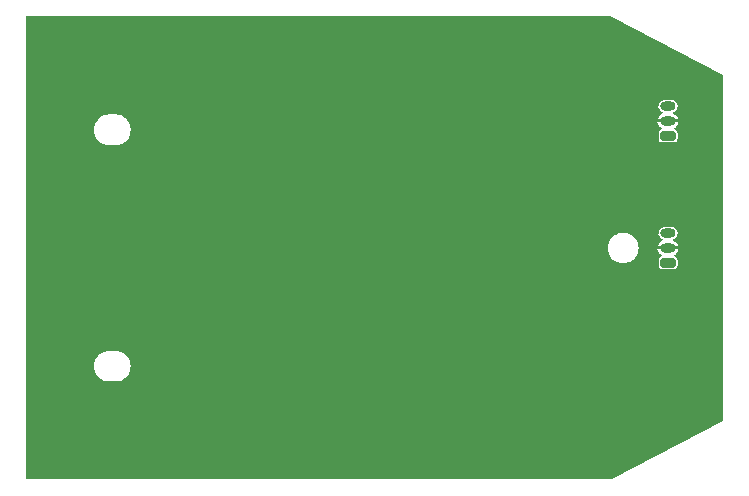
<source format=gbr>
%TF.GenerationSoftware,KiCad,Pcbnew,(6.0.4-0)*%
%TF.CreationDate,2022-12-31T15:50:48-05:00*%
%TF.ProjectId,ANDgate,414e4467-6174-4652-9e6b-696361645f70,rev?*%
%TF.SameCoordinates,Original*%
%TF.FileFunction,Copper,L2,Bot*%
%TF.FilePolarity,Positive*%
%FSLAX46Y46*%
G04 Gerber Fmt 4.6, Leading zero omitted, Abs format (unit mm)*
G04 Created by KiCad (PCBNEW (6.0.4-0)) date 2022-12-31 15:50:48*
%MOMM*%
%LPD*%
G01*
G04 APERTURE LIST*
G04 Aperture macros list*
%AMRoundRect*
0 Rectangle with rounded corners*
0 $1 Rounding radius*
0 $2 $3 $4 $5 $6 $7 $8 $9 X,Y pos of 4 corners*
0 Add a 4 corners polygon primitive as box body*
4,1,4,$2,$3,$4,$5,$6,$7,$8,$9,$2,$3,0*
0 Add four circle primitives for the rounded corners*
1,1,$1+$1,$2,$3*
1,1,$1+$1,$4,$5*
1,1,$1+$1,$6,$7*
1,1,$1+$1,$8,$9*
0 Add four rect primitives between the rounded corners*
20,1,$1+$1,$2,$3,$4,$5,0*
20,1,$1+$1,$4,$5,$6,$7,0*
20,1,$1+$1,$6,$7,$8,$9,0*
20,1,$1+$1,$8,$9,$2,$3,0*%
G04 Aperture macros list end*
%TA.AperFunction,ComponentPad*%
%ADD10RoundRect,0.200000X0.450000X-0.200000X0.450000X0.200000X-0.450000X0.200000X-0.450000X-0.200000X0*%
%TD*%
%TA.AperFunction,ComponentPad*%
%ADD11O,1.300000X0.800000*%
%TD*%
G04 APERTURE END LIST*
D10*
%TO.P,J4,1,Pin_1*%
%TO.N,/Y*%
X173300000Y-95500000D03*
D11*
%TO.P,J4,2,Pin_2*%
%TO.N,GND*%
X173300000Y-94250000D03*
%TO.P,J4,3,Pin_3*%
%TO.N,+5V*%
X173300000Y-93000000D03*
%TD*%
D10*
%TO.P,J3,1,Pin_1*%
%TO.N,/Y*%
X173300000Y-106250000D03*
D11*
%TO.P,J3,2,Pin_2*%
%TO.N,GND*%
X173300000Y-105000000D03*
%TO.P,J3,3,Pin_3*%
%TO.N,+5V*%
X173300000Y-103750000D03*
%TD*%
%TA.AperFunction,Conductor*%
%TO.N,GND*%
G36*
X168536523Y-85409239D02*
G01*
X177948322Y-90362817D01*
X177972298Y-90391654D01*
X177974500Y-90406178D01*
X177974500Y-119601022D01*
X177960148Y-119635670D01*
X177948322Y-119644383D01*
X168536523Y-124597961D01*
X168513701Y-124603600D01*
X118950100Y-124603600D01*
X118915452Y-124589248D01*
X118901100Y-124554600D01*
X118901100Y-115000000D01*
X124694532Y-115000000D01*
X124714365Y-115226692D01*
X124773261Y-115446496D01*
X124869432Y-115652734D01*
X124999953Y-115839139D01*
X125160861Y-116000047D01*
X125347266Y-116130568D01*
X125349203Y-116131471D01*
X125349206Y-116131473D01*
X125460925Y-116183569D01*
X125553504Y-116226739D01*
X125555569Y-116227292D01*
X125555571Y-116227293D01*
X125771236Y-116285080D01*
X125771238Y-116285080D01*
X125773308Y-116285635D01*
X125775435Y-116285821D01*
X125775440Y-116285822D01*
X125942150Y-116300407D01*
X125942156Y-116300407D01*
X125943216Y-116300500D01*
X126556784Y-116300500D01*
X126557844Y-116300407D01*
X126557850Y-116300407D01*
X126724560Y-116285822D01*
X126724565Y-116285821D01*
X126726692Y-116285635D01*
X126728762Y-116285080D01*
X126728764Y-116285080D01*
X126944429Y-116227293D01*
X126944431Y-116227292D01*
X126946496Y-116226739D01*
X127039075Y-116183569D01*
X127150794Y-116131473D01*
X127150797Y-116131471D01*
X127152734Y-116130568D01*
X127339139Y-116000047D01*
X127500047Y-115839139D01*
X127630568Y-115652734D01*
X127726739Y-115446496D01*
X127785635Y-115226692D01*
X127805468Y-115000000D01*
X127785635Y-114773308D01*
X127726739Y-114553504D01*
X127630568Y-114347266D01*
X127500047Y-114160861D01*
X127339139Y-113999953D01*
X127152734Y-113869432D01*
X127150797Y-113868529D01*
X127150794Y-113868527D01*
X127039075Y-113816431D01*
X126946496Y-113773261D01*
X126944431Y-113772708D01*
X126944429Y-113772707D01*
X126728764Y-113714920D01*
X126728762Y-113714920D01*
X126726692Y-113714365D01*
X126724565Y-113714179D01*
X126724560Y-113714178D01*
X126557850Y-113699593D01*
X126557844Y-113699593D01*
X126556784Y-113699500D01*
X125943216Y-113699500D01*
X125942156Y-113699593D01*
X125942150Y-113699593D01*
X125775440Y-113714178D01*
X125775435Y-113714179D01*
X125773308Y-113714365D01*
X125771238Y-113714920D01*
X125771236Y-113714920D01*
X125555571Y-113772707D01*
X125555569Y-113772708D01*
X125553504Y-113773261D01*
X125460925Y-113816431D01*
X125349206Y-113868527D01*
X125349203Y-113868529D01*
X125347266Y-113869432D01*
X125160861Y-113999953D01*
X124999953Y-114160861D01*
X124869432Y-114347266D01*
X124773261Y-114553504D01*
X124714365Y-114773308D01*
X124694532Y-115000000D01*
X118901100Y-115000000D01*
X118901100Y-105000000D01*
X168194532Y-105000000D01*
X168194718Y-105002126D01*
X168206306Y-105134574D01*
X168214365Y-105226692D01*
X168273261Y-105446496D01*
X168311235Y-105527931D01*
X168365210Y-105643679D01*
X168369432Y-105652734D01*
X168499953Y-105839139D01*
X168660861Y-106000047D01*
X168847266Y-106130568D01*
X168849203Y-106131471D01*
X168849206Y-106131473D01*
X168960925Y-106183569D01*
X169053504Y-106226739D01*
X169055569Y-106227292D01*
X169055571Y-106227293D01*
X169271236Y-106285080D01*
X169271238Y-106285080D01*
X169273308Y-106285635D01*
X169275435Y-106285821D01*
X169275440Y-106285822D01*
X169442150Y-106300407D01*
X169442156Y-106300407D01*
X169443216Y-106300500D01*
X169556784Y-106300500D01*
X169557844Y-106300407D01*
X169557850Y-106300407D01*
X169724560Y-106285822D01*
X169724565Y-106285821D01*
X169726692Y-106285635D01*
X169728762Y-106285080D01*
X169728764Y-106285080D01*
X169944429Y-106227293D01*
X169944431Y-106227292D01*
X169946496Y-106226739D01*
X170039075Y-106183569D01*
X170150794Y-106131473D01*
X170150797Y-106131471D01*
X170152734Y-106130568D01*
X170339139Y-106000047D01*
X170500047Y-105839139D01*
X170630568Y-105652734D01*
X170634791Y-105643679D01*
X170688765Y-105527931D01*
X170726739Y-105446496D01*
X170785635Y-105226692D01*
X170793695Y-105134574D01*
X170794055Y-105130462D01*
X172408940Y-105130462D01*
X172456235Y-105276023D01*
X172458842Y-105281562D01*
X172543535Y-105415017D01*
X172547430Y-105419726D01*
X172662658Y-105527931D01*
X172667604Y-105531525D01*
X172808817Y-105609158D01*
X172807863Y-105610893D01*
X172830369Y-105632762D01*
X172830906Y-105670262D01*
X172804771Y-105697158D01*
X172792510Y-105700639D01*
X172747188Y-105707310D01*
X172641728Y-105759089D01*
X172558726Y-105842236D01*
X172507131Y-105947786D01*
X172497100Y-106016548D01*
X172497100Y-106483452D01*
X172507310Y-106552812D01*
X172559089Y-106658272D01*
X172642236Y-106741274D01*
X172747786Y-106792869D01*
X172816548Y-106802900D01*
X173783452Y-106802900D01*
X173785209Y-106802641D01*
X173785214Y-106802641D01*
X173849048Y-106793244D01*
X173852812Y-106792690D01*
X173958272Y-106740911D01*
X174041274Y-106657764D01*
X174092869Y-106552214D01*
X174102900Y-106483452D01*
X174102900Y-106016548D01*
X174100652Y-106001272D01*
X174093244Y-105950952D01*
X174092690Y-105947188D01*
X174040911Y-105841728D01*
X173957764Y-105758726D01*
X173852214Y-105707131D01*
X173848451Y-105706582D01*
X173798124Y-105699240D01*
X173765911Y-105680036D01*
X173756711Y-105643679D01*
X173775915Y-105611466D01*
X173787160Y-105605194D01*
X173862763Y-105575261D01*
X173868121Y-105572316D01*
X173996002Y-105479404D01*
X174000455Y-105475222D01*
X174101211Y-105353429D01*
X174104486Y-105348268D01*
X174171790Y-105205242D01*
X174173677Y-105199432D01*
X174186050Y-105134574D01*
X174184537Y-105127268D01*
X174181083Y-105125000D01*
X172416912Y-105125000D01*
X172410020Y-105127855D01*
X172408940Y-105130462D01*
X170794055Y-105130462D01*
X170805282Y-105002126D01*
X170805468Y-105000000D01*
X170794532Y-104875000D01*
X170793694Y-104865426D01*
X172413950Y-104865426D01*
X172415463Y-104872732D01*
X172418917Y-104875000D01*
X174183088Y-104875000D01*
X174189980Y-104872145D01*
X174191060Y-104869538D01*
X174143765Y-104723977D01*
X174141158Y-104718438D01*
X174056465Y-104584983D01*
X174052570Y-104580274D01*
X173937342Y-104472069D01*
X173932396Y-104468475D01*
X173793882Y-104392326D01*
X173788195Y-104390074D01*
X173722805Y-104373284D01*
X173692814Y-104350767D01*
X173687531Y-104313638D01*
X173710048Y-104283647D01*
X173715525Y-104280857D01*
X173797847Y-104245233D01*
X173836044Y-104228704D01*
X173836045Y-104228703D01*
X173839110Y-104227377D01*
X173956836Y-104132044D01*
X174044588Y-104008565D01*
X174072780Y-103930261D01*
X174094771Y-103869177D01*
X174094771Y-103869176D01*
X174095902Y-103866035D01*
X174106997Y-103714957D01*
X174077055Y-103566460D01*
X174008282Y-103431486D01*
X173905745Y-103319978D01*
X173891058Y-103310872D01*
X173779833Y-103241909D01*
X173779832Y-103241909D01*
X173776999Y-103240152D01*
X173773796Y-103239221D01*
X173773795Y-103239221D01*
X173634001Y-103198607D01*
X173633999Y-103198607D01*
X173631529Y-103197889D01*
X173628965Y-103197701D01*
X173628961Y-103197700D01*
X173625227Y-103197426D01*
X173620785Y-103197100D01*
X173012054Y-103197100D01*
X173010407Y-103197326D01*
X173010401Y-103197326D01*
X172955601Y-103204833D01*
X172899916Y-103212461D01*
X172896850Y-103213788D01*
X172896849Y-103213788D01*
X172763956Y-103271296D01*
X172763955Y-103271297D01*
X172760890Y-103272623D01*
X172643164Y-103367956D01*
X172555412Y-103491435D01*
X172554281Y-103494575D01*
X172554280Y-103494578D01*
X172505229Y-103630823D01*
X172504098Y-103633965D01*
X172503854Y-103637293D01*
X172503853Y-103637296D01*
X172498153Y-103714920D01*
X172493003Y-103785043D01*
X172522945Y-103933540D01*
X172591718Y-104068514D01*
X172694255Y-104180022D01*
X172697092Y-104181781D01*
X172767241Y-104225275D01*
X172823001Y-104259848D01*
X172826204Y-104260779D01*
X172826205Y-104260779D01*
X172876307Y-104275335D01*
X172905575Y-104298783D01*
X172909690Y-104336060D01*
X172886242Y-104365328D01*
X172880674Y-104367948D01*
X172737237Y-104424739D01*
X172731879Y-104427684D01*
X172603998Y-104520596D01*
X172599545Y-104524778D01*
X172498789Y-104646571D01*
X172495514Y-104651732D01*
X172428210Y-104794758D01*
X172426323Y-104800568D01*
X172413950Y-104865426D01*
X170793694Y-104865426D01*
X170785822Y-104775440D01*
X170785821Y-104775435D01*
X170785635Y-104773308D01*
X170726739Y-104553504D01*
X170668068Y-104427684D01*
X170631473Y-104349206D01*
X170631471Y-104349203D01*
X170630568Y-104347266D01*
X170500047Y-104160861D01*
X170339139Y-103999953D01*
X170152734Y-103869432D01*
X170150797Y-103868529D01*
X170150794Y-103868527D01*
X169971762Y-103785043D01*
X169946496Y-103773261D01*
X169944431Y-103772708D01*
X169944429Y-103772707D01*
X169728764Y-103714920D01*
X169728762Y-103714920D01*
X169726692Y-103714365D01*
X169724565Y-103714179D01*
X169724560Y-103714178D01*
X169557850Y-103699593D01*
X169557844Y-103699593D01*
X169556784Y-103699500D01*
X169443216Y-103699500D01*
X169442156Y-103699593D01*
X169442150Y-103699593D01*
X169275440Y-103714178D01*
X169275435Y-103714179D01*
X169273308Y-103714365D01*
X169271238Y-103714920D01*
X169271236Y-103714920D01*
X169055571Y-103772707D01*
X169055569Y-103772708D01*
X169053504Y-103773261D01*
X169028238Y-103785043D01*
X168849206Y-103868527D01*
X168849203Y-103868529D01*
X168847266Y-103869432D01*
X168660861Y-103999953D01*
X168499953Y-104160861D01*
X168369432Y-104347266D01*
X168368529Y-104349203D01*
X168368527Y-104349206D01*
X168331932Y-104427684D01*
X168273261Y-104553504D01*
X168214365Y-104773308D01*
X168214179Y-104775435D01*
X168214178Y-104775440D01*
X168205468Y-104875000D01*
X168194532Y-105000000D01*
X118901100Y-105000000D01*
X118901100Y-95000000D01*
X124694532Y-95000000D01*
X124694718Y-95002126D01*
X124711784Y-95197188D01*
X124714365Y-95226692D01*
X124773261Y-95446496D01*
X124869432Y-95652734D01*
X124999953Y-95839139D01*
X125160861Y-96000047D01*
X125347266Y-96130568D01*
X125349203Y-96131471D01*
X125349206Y-96131473D01*
X125460925Y-96183569D01*
X125553504Y-96226739D01*
X125555569Y-96227292D01*
X125555571Y-96227293D01*
X125771236Y-96285080D01*
X125771238Y-96285080D01*
X125773308Y-96285635D01*
X125775435Y-96285821D01*
X125775440Y-96285822D01*
X125942150Y-96300407D01*
X125942156Y-96300407D01*
X125943216Y-96300500D01*
X126556784Y-96300500D01*
X126557844Y-96300407D01*
X126557850Y-96300407D01*
X126724560Y-96285822D01*
X126724565Y-96285821D01*
X126726692Y-96285635D01*
X126728762Y-96285080D01*
X126728764Y-96285080D01*
X126944429Y-96227293D01*
X126944431Y-96227292D01*
X126946496Y-96226739D01*
X127039075Y-96183569D01*
X127150794Y-96131473D01*
X127150797Y-96131471D01*
X127152734Y-96130568D01*
X127339139Y-96000047D01*
X127500047Y-95839139D01*
X127630568Y-95652734D01*
X127726739Y-95446496D01*
X127785635Y-95226692D01*
X127788217Y-95197188D01*
X127805282Y-95002126D01*
X127805468Y-95000000D01*
X127801733Y-94957310D01*
X127785822Y-94775440D01*
X127785821Y-94775435D01*
X127785635Y-94773308D01*
X127772751Y-94725222D01*
X127727293Y-94555571D01*
X127727292Y-94555569D01*
X127726739Y-94553504D01*
X127646048Y-94380462D01*
X172408940Y-94380462D01*
X172456235Y-94526023D01*
X172458842Y-94531562D01*
X172543535Y-94665017D01*
X172547430Y-94669726D01*
X172662658Y-94777931D01*
X172667604Y-94781525D01*
X172808817Y-94859158D01*
X172807863Y-94860893D01*
X172830369Y-94882762D01*
X172830906Y-94920262D01*
X172804771Y-94947158D01*
X172792510Y-94950639D01*
X172747188Y-94957310D01*
X172641728Y-95009089D01*
X172558726Y-95092236D01*
X172507131Y-95197786D01*
X172497100Y-95266548D01*
X172497100Y-95733452D01*
X172507310Y-95802812D01*
X172559089Y-95908272D01*
X172642236Y-95991274D01*
X172747786Y-96042869D01*
X172816548Y-96052900D01*
X173783452Y-96052900D01*
X173785209Y-96052641D01*
X173785214Y-96052641D01*
X173849048Y-96043244D01*
X173852812Y-96042690D01*
X173958272Y-95990911D01*
X174041274Y-95907764D01*
X174092869Y-95802214D01*
X174102900Y-95733452D01*
X174102900Y-95266548D01*
X174092690Y-95197188D01*
X174040911Y-95091728D01*
X173957764Y-95008726D01*
X173852214Y-94957131D01*
X173848451Y-94956582D01*
X173798124Y-94949240D01*
X173765911Y-94930036D01*
X173756711Y-94893679D01*
X173775915Y-94861466D01*
X173787160Y-94855194D01*
X173862763Y-94825261D01*
X173868121Y-94822316D01*
X173996002Y-94729404D01*
X174000455Y-94725222D01*
X174101211Y-94603429D01*
X174104486Y-94598268D01*
X174171790Y-94455242D01*
X174173677Y-94449432D01*
X174186050Y-94384574D01*
X174184537Y-94377268D01*
X174181083Y-94375000D01*
X172416912Y-94375000D01*
X172410020Y-94377855D01*
X172408940Y-94380462D01*
X127646048Y-94380462D01*
X127644832Y-94377855D01*
X127631473Y-94349206D01*
X127631471Y-94349203D01*
X127630568Y-94347266D01*
X127500047Y-94160861D01*
X127454612Y-94115426D01*
X172413950Y-94115426D01*
X172415463Y-94122732D01*
X172418917Y-94125000D01*
X174183088Y-94125000D01*
X174189980Y-94122145D01*
X174191060Y-94119538D01*
X174143765Y-93973977D01*
X174141158Y-93968438D01*
X174056465Y-93834983D01*
X174052570Y-93830274D01*
X173937342Y-93722069D01*
X173932396Y-93718475D01*
X173793882Y-93642326D01*
X173788195Y-93640074D01*
X173722805Y-93623284D01*
X173692814Y-93600767D01*
X173687531Y-93563638D01*
X173710048Y-93533647D01*
X173715525Y-93530857D01*
X173797847Y-93495233D01*
X173836044Y-93478704D01*
X173836045Y-93478703D01*
X173839110Y-93477377D01*
X173956836Y-93382044D01*
X174044588Y-93258565D01*
X174072780Y-93180261D01*
X174094771Y-93119177D01*
X174094771Y-93119176D01*
X174095902Y-93116035D01*
X174106997Y-92964957D01*
X174077055Y-92816460D01*
X174008282Y-92681486D01*
X173905745Y-92569978D01*
X173891058Y-92560872D01*
X173779833Y-92491909D01*
X173779832Y-92491909D01*
X173776999Y-92490152D01*
X173773796Y-92489221D01*
X173773795Y-92489221D01*
X173634001Y-92448607D01*
X173633999Y-92448607D01*
X173631529Y-92447889D01*
X173628965Y-92447701D01*
X173628961Y-92447700D01*
X173625227Y-92447426D01*
X173620785Y-92447100D01*
X173012054Y-92447100D01*
X173010407Y-92447326D01*
X173010401Y-92447326D01*
X172955601Y-92454833D01*
X172899916Y-92462461D01*
X172896850Y-92463788D01*
X172896849Y-92463788D01*
X172763956Y-92521296D01*
X172763955Y-92521297D01*
X172760890Y-92522623D01*
X172643164Y-92617956D01*
X172555412Y-92741435D01*
X172554281Y-92744575D01*
X172554280Y-92744578D01*
X172505229Y-92880823D01*
X172504098Y-92883965D01*
X172493003Y-93035043D01*
X172522945Y-93183540D01*
X172591718Y-93318514D01*
X172694255Y-93430022D01*
X172697092Y-93431781D01*
X172767241Y-93475275D01*
X172823001Y-93509848D01*
X172826204Y-93510779D01*
X172826205Y-93510779D01*
X172876307Y-93525335D01*
X172905575Y-93548783D01*
X172909690Y-93586060D01*
X172886242Y-93615328D01*
X172880674Y-93617948D01*
X172737237Y-93674739D01*
X172731879Y-93677684D01*
X172603998Y-93770596D01*
X172599545Y-93774778D01*
X172498789Y-93896571D01*
X172495514Y-93901732D01*
X172428210Y-94044758D01*
X172426323Y-94050568D01*
X172413950Y-94115426D01*
X127454612Y-94115426D01*
X127339139Y-93999953D01*
X127152734Y-93869432D01*
X127150797Y-93868529D01*
X127150794Y-93868527D01*
X126949749Y-93774778D01*
X126946496Y-93773261D01*
X126944431Y-93772708D01*
X126944429Y-93772707D01*
X126728764Y-93714920D01*
X126728762Y-93714920D01*
X126726692Y-93714365D01*
X126724565Y-93714179D01*
X126724560Y-93714178D01*
X126557850Y-93699593D01*
X126557844Y-93699593D01*
X126556784Y-93699500D01*
X125943216Y-93699500D01*
X125942156Y-93699593D01*
X125942150Y-93699593D01*
X125775440Y-93714178D01*
X125775435Y-93714179D01*
X125773308Y-93714365D01*
X125771238Y-93714920D01*
X125771236Y-93714920D01*
X125555571Y-93772707D01*
X125555569Y-93772708D01*
X125553504Y-93773261D01*
X125550251Y-93774778D01*
X125349206Y-93868527D01*
X125349203Y-93868529D01*
X125347266Y-93869432D01*
X125160861Y-93999953D01*
X124999953Y-94160861D01*
X124869432Y-94347266D01*
X124868529Y-94349203D01*
X124868527Y-94349206D01*
X124855168Y-94377855D01*
X124773261Y-94553504D01*
X124772708Y-94555569D01*
X124772707Y-94555571D01*
X124727250Y-94725222D01*
X124714365Y-94773308D01*
X124714179Y-94775435D01*
X124714178Y-94775440D01*
X124698267Y-94957310D01*
X124694532Y-95000000D01*
X118901100Y-95000000D01*
X118901100Y-85452600D01*
X118915452Y-85417952D01*
X118950100Y-85403600D01*
X168513701Y-85403600D01*
X168536523Y-85409239D01*
G37*
%TD.AperFunction*%
%TD*%
M02*

</source>
